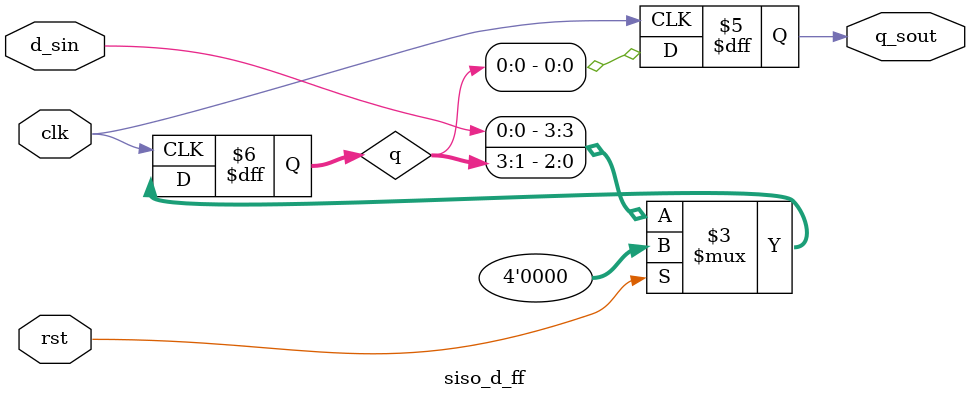
<source format=v>
module siso_d_ff(input d_sin,clk,rst,
                 output reg q_sout); 
  reg [3:0] q;
  always @(posedge clk) begin

    if (rst) begin
      q <= {4{1'b0}};
      q_sout<= 1'b0;
    end
    else
      q<={d_sin,q[3:1]};
     q_sout<=q[0];
   end
endmodule

</source>
